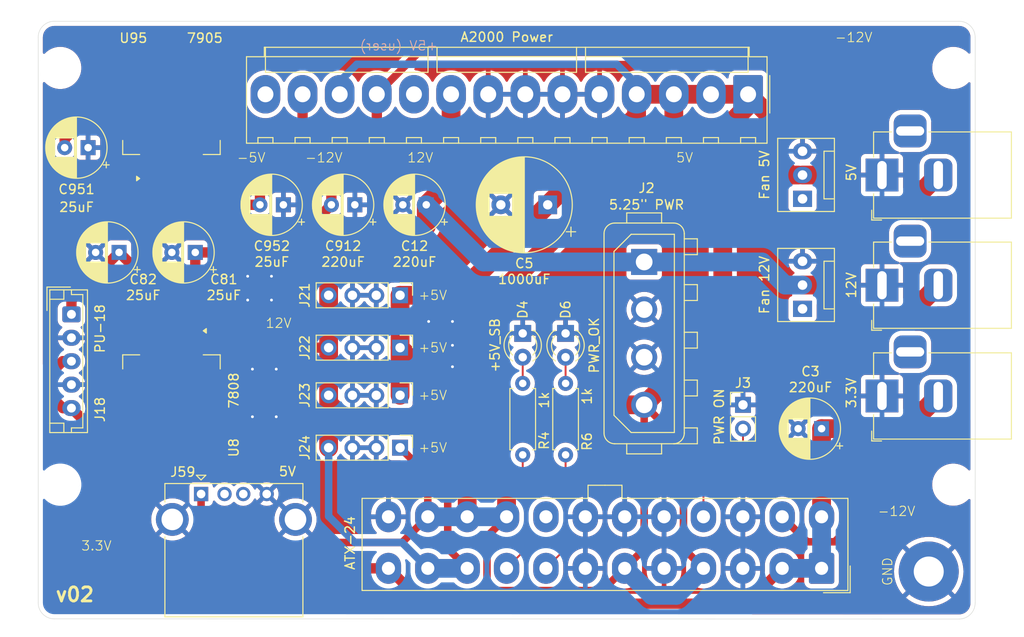
<source format=kicad_pcb>
(kicad_pcb (version 20240108) (generator "pcbnew") (generator_version "8.0")
  (layers (0 "F.Cu" signal) (31 "B.Cu" signal) (34 "B.Paste" user) (35 "F.Paste" user) (36 "B.SilkS" user "B.Silkscreen") (37 "F.SilkS" user "F.Silkscreen") (38 "B.Mask" user) (39 "F.Mask" user) (44 "Edge.Cuts" user))
  (net 0 "")
  (net 1 "+3.3V")
  (net 2 "GND")
  (net 3 "+5V")
  (net 4 "+12V")
  (net 5 "+7.5V")
  (net 7 "-12V")
  (net 8 "-5V")
  (net 9 "Net-(D4-A)")
  (net 10 "Net-(D6-A)")
  (net 11 "PWR_OK")
  (net 12 "Net-(J1-PS_ON#)")
  (net 13 "+5V_SB")
  (footprint "LED_THT:LED_D3.0mm" (layer "F.Cu") (at 179.705 106.68 -90)
    (property "Reference" "D6" (at -2.54 0 90) (layer "F.SilkS"))
    (property "Value" "PWR_OK" (at 1.27 -3.048 90) (layer "F.SilkS"))
    (pad "1" thru_hole rect (at 0 0 270) (size 1.8 1.8) (drill 0.9) (layers "*.Cu" "*.Mask") (net 2 "GND"))
    (pad "2" thru_hole circle (at 2.54 0 270) (size 1.8 1.8) (drill 0.9) (layers "*.Cu" "*.Mask") (net 10 "Net-(D6-A)"))
  )
  (footprint "Connector_PinHeader_2.54mm:PinHeader_1x04_P2.54mm_Vertical" (layer "F.Cu") (at 162.052 113.284 -90)
    (property "Reference" "J23" (at 0 10.16 90) (layer "F.SilkS"))
    (property "Value" "3.5\" PWR" (hide yes))
    (pad "1" thru_hole rect (at 0 0 270) (size 1.7 1.7) (drill 1) (layers "*.Cu" "*.Mask") (net 3 "+5V"))
    (pad "2" thru_hole oval (at 0 2.54 270) (size 1.7 1.7) (drill 1) (layers "*.Cu" "*.Mask") (net 2 "GND"))
    (pad "3" thru_hole oval (at 0 5.08 270) (size 1.7 1.7) (drill 1) (layers "*.Cu" "*.Mask") (net 2 "GND"))
    (pad "4" thru_hole oval (at 0 7.62 270) (size 1.7 1.7) (drill 1) (layers "*.Cu" "*.Mask") (net 4 "+12V"))
  )
  (footprint "Connector:FanPinHeader_1x03_P2.54mm_Vertical" (layer "F.Cu") (at 204.978 92.329 90)
    (property "Reference" "M5" (hide yes))
    (property "Value" "Fan 5V" (at 2.55 -4.064 90) (layer "F.SilkS"))
    (pad "1" thru_hole rect (at 0 0 180) (size 2.03 1.73) (drill 1.02) (layers "*.Cu" "*.Mask"))
    (pad "2" thru_hole oval (at 2.54 0 180) (size 2.03 1.73) (drill 1.02) (layers "*.Cu" "*.Mask") (net 3 "+5V"))
    (pad "3" thru_hole oval (at 5.08 0 180) (size 2.03 1.73) (drill 1.02) (layers "*.Cu" "*.Mask") (net 2 "GND"))
  )
  (footprint "Connector_PinHeader_2.54mm:PinHeader_1x04_P2.54mm_Vertical" (layer "F.Cu") (at 162.052 118.872 -90)
    (property "Reference" "J24" (at 0 10.16 90) (layer "F.SilkS"))
    (property "Value" "3.5\" PWR" (hide yes))
    (pad "1" thru_hole rect (at 0 0 270) (size 1.7 1.7) (drill 1) (layers "*.Cu" "*.Mask") (net 3 "+5V"))
    (pad "2" thru_hole oval (at 0 2.54 270) (size 1.7 1.7) (drill 1) (layers "*.Cu" "*.Mask") (net 2 "GND"))
    (pad "3" thru_hole oval (at 0 5.08 270) (size 1.7 1.7) (drill 1) (layers "*.Cu" "*.Mask") (net 2 "GND"))
    (pad "4" thru_hole oval (at 0 7.62 270) (size 1.7 1.7) (drill 1) (layers "*.Cu" "*.Mask") (net 4 "+12V"))
  )
  (footprint "Connector_Molex:Molex_Mini-Fit_Jr_5566-24A_2x12_P4.20mm_Vertical" (layer "F.Cu") (at 207.01 131.738 180)
    (property "Reference" "J1" (hide yes))
    (property "Value" "ATX-24" (at 50.292 2.706 90) (layer "F.SilkS"))
    (pad "1" thru_hole roundrect (at 0 0 180) (size 2.7 3.3) (drill 1.4) (layers "*.Cu" "*.Mask") (roundrect_rratio 0.092593) (net 1 "+3.3V"))
    (pad "2" thru_hole oval (at 4.2 0 180) (size 2.7 3.3) (drill 1.4) (layers "*.Cu" "*.Mask") (net 1 "+3.3V"))
    (pad "3" thru_hole oval (at 8.4 0 180) (size 2.7 3.3) (drill 1.4) (layers "*.Cu" "*.Mask") (net 2 "GND"))
    (pad "4" thru_hole oval (at 12.6 0 180) (size 2.7 3.3) (drill 1.4) (layers "*.Cu" "*.Mask") (net 3 "+5V"))
    (pad "5" thru_hole oval (at 16.8 0 180) (size 2.7 3.3) (drill 1.4) (layers "*.Cu" "*.Mask") (net 2 "GND"))
    (pad "6" thru_hole oval (at 21 0 180) (size 2.7 3.3) (drill 1.4) (layers "*.Cu" "*.Mask") (net 3 "+5V"))
    (pad "7" thru_hole oval (at 25.2 0 180) (size 2.7 3.3) (drill 1.4) (layers "*.Cu" "*.Mask") (net 2 "GND"))
    (pad "8" thru_hole oval (at 29.4 0 180) (size 2.7 3.3) (drill 1.4) (layers "*.Cu" "*.Mask") (net 11 "PWR_OK"))
    (pad "9" thru_hole oval (at 33.6 0 180) (size 2.7 3.3) (drill 1.4) (layers "*.Cu" "*.Mask") (net 13 "+5V_SB"))
    (pad "10" thru_hole oval (at 37.8 0 180) (size 2.7 3.3) (drill 1.4) (layers "*.Cu" "*.Mask") (net 4 "+12V"))
    (pad "11" thru_hole oval (at 42 0 180) (size 2.7 3.3) (drill 1.4) (layers "*.Cu" "*.Mask") (net 4 "+12V"))
    (pad "12" thru_hole oval (at 46.2 0 180) (size 2.7 3.3) (drill 1.4) (layers "*.Cu" "*.Mask") (net 1 "+3.3V"))
    (pad "13" thru_hole oval (at 0 5.5 180) (size 2.7 3.3) (drill 1.4) (layers "*.Cu" "*.Mask") (net 1 "+3.3V"))
    (pad "14" thru_hole oval (at 4.2 5.5 180) (size 2.7 3.3) (drill 1.4) (layers "*.Cu" "*.Mask") (net 7 "-12V"))
    (pad "15" thru_hole oval (at 8.4 5.5 180) (size 2.7 3.3) (drill 1.4) (layers "*.Cu" "*.Mask") (net 2 "GND"))
    (pad "16" thru_hole oval (at 12.6 5.5 180) (size 2.7 3.3) (drill 1.4) (layers "*.Cu" "*.Mask") (net 12 "Net-(J1-PS_ON#)"))
    (pad "17" thru_hole oval (at 16.8 5.5 180) (size 2.7 3.3) (drill 1.4) (layers "*.Cu" "*.Mask") (net 2 "GND"))
    (pad "18" thru_hole oval (at 21 5.5 180) (size 2.7 3.3) (drill 1.4) (layers "*.Cu" "*.Mask") (net 2 "GND"))
    (pad "19" thru_hole oval (at 25.2 5.5 180) (size 2.7 3.3) (drill 1.4) (layers "*.Cu" "*.Mask") (net 2 "GND"))
    (pad "20" thru_hole oval (at 29.4 5.5 180) (size 2.7 3.3) (drill 1.4) (layers "*.Cu" "*.Mask"))
    (pad "21" thru_hole oval (at 33.6 5.5 180) (size 2.7 3.3) (drill 1.4) (layers "*.Cu" "*.Mask") (net 3 "+5V"))
    (pad "22" thru_hole oval (at 37.8 5.5 180) (size 2.7 3.3) (drill 1.4) (layers "*.Cu" "*.Mask") (net 3 "+5V"))
    (pad "23" thru_hole oval (at 42 5.5 180) (size 2.7 3.3) (drill 1.4) (layers "*.Cu" "*.Mask") (net 3 "+5V"))
    (pad "24" thru_hole oval (at 46.2 5.5 180) (size 2.7 3.3) (drill 1.4) (layers "*.Cu" "*.Mask") (net 2 "GND"))
  )
  (footprint "MountingHole:MountingHole_4mm" (layer "F.Cu") (at 125.80715 122.81555)
    (property "Reference" "H3" (hide yes))
    (property "Value" "MountingHole" (hide yes))
    (pad "" np_thru_hole circle (at 0 0) (size 4 4) (drill 4) (layers "*.Cu" "*.Mask"))
  )
  (footprint "Connector_PinHeader_2.54mm:PinHeader_1x02_P2.54mm_Vertical" (layer "F.Cu") (at 198.628 114.3)
    (property "Reference" "J3" (at 0 -2.33 0) (layer "F.SilkS"))
    (property "Value" "PWR ON" (at -2.54 1.27 90) (layer "F.SilkS"))
    (pad "1" thru_hole rect (at 0 0) (size 1.7 1.7) (drill 1) (layers "*.Cu" "*.Mask") (net 2 "GND"))
    (pad "2" thru_hole oval (at 0 2.54) (size 1.7 1.7) (drill 1) (layers "*.Cu" "*.Mask") (net 12 "Net-(J1-PS_ON#)"))
  )
  (footprint "Capacitor_THT:CP_Radial_D6.3mm_P2.50mm" (layer "F.Cu") (at 140.208 98.044 180)
    (property "Reference" "C81" (at -3.048 -2.876 0) (layer "F.SilkS"))
    (property "Value" "25uF" (at -3.048 -4.572 0) (layer "F.SilkS"))
    (pad "1" thru_hole rect (at 0 0 180) (size 1.6 1.6) (drill 0.8) (layers "*.Cu" "*.Mask") (net 4 "+12V"))
    (pad "2" thru_hole circle (at 2.5 0 180) (size 1.6 1.6) (drill 0.8) (layers "*.Cu" "*.Mask") (net 2 "GND"))
  )
  (footprint "MountingHole:MountingHole_4mm" (layer "F.Cu") (at 125.80715 78.36555)
    (property "Reference" "H1" (hide yes))
    (property "Value" "MountingHole" (hide yes))
    (pad "" np_thru_hole circle (at 0 0) (size 4 4) (drill 4) (layers "*.Cu" "*.Mask"))
  )
  (footprint "Connector_USB:USB_A_CONNFLY_DS1095-WNR0" (layer "F.Cu") (at 140.828 123.8125)
    (property "Reference" "J59" (at -1.95 -2.35 0) (layer "F.SilkS"))
    (property "Value" "5V" (at 9.215 -2.4005 0) (layer "F.SilkS"))
    (pad "1" thru_hole rect (at 0 0) (size 1.524 1.524) (drill 0.92) (layers "*.Cu" "*.Mask") (net 3 "+5V"))
    (pad "2" thru_hole circle (at 2.5 0) (size 1.524 1.524) (drill 0.92) (layers "*.Cu" "*.Mask"))
    (pad "3" thru_hole circle (at 4.5 0) (size 1.524 1.524) (drill 0.92) (layers "*.Cu" "*.Mask"))
    (pad "4" thru_hole circle (at 7 0) (size 1.524 1.524) (drill 0.92) (layers "*.Cu" "*.Mask") (net 2 "GND"))
    (pad "5" thru_hole circle (at -3.07 2.71) (size 3.5 3.5) (drill 2.3) (layers "*.Cu" "*.Mask") (net 2 "GND"))
    (pad "5" thru_hole circle (at 10.07 2.71) (size 3.5 3.5) (drill 2.3) (layers "*.Cu" "*.Mask") (net 2 "GND"))
  )
  (footprint "Connector:FanPinHeader_1x03_P2.54mm_Vertical" (layer "F.Cu") (at 204.978 104.0638 90)
    (property "Reference" "M12" (hide yes))
    (property "Value" "Fan 12V" (at 2.55 -4.064 90) (layer "F.SilkS"))
    (pad "1" thru_hole rect (at 0 0 180) (size 2.03 1.73) (drill 1.02) (layers "*.Cu" "*.Mask"))
    (pad "2" thru_hole oval (at 2.54 0 180) (size 2.03 1.73) (drill 1.02) (layers "*.Cu" "*.Mask") (net 4 "+12V"))
    (pad "3" thru_hole oval (at 5.08 0 180) (size 2.03 1.73) (drill 1.02) (layers "*.Cu" "*.Mask") (net 2 "GND"))
  )
  (footprint "Capacitor_THT:CP_Radial_D6.3mm_P2.50mm" (layer "F.Cu") (at 128.778 86.868 180)
    (property "Reference" "C951" (at 1.23 -4.445 0) (layer "F.SilkS"))
    (property "Value" "25uF" (at 1.23 -6.35 0) (layer "F.SilkS"))
    (pad "1" thru_hole rect (at 0 0 180) (size 1.6 1.6) (drill 0.8) (layers "*.Cu" "*.Mask") (net 2 "GND"))
    (pad "2" thru_hole circle (at 2.5 0 180) (size 1.6 1.6) (drill 0.8) (layers "*.Cu" "*.Mask") (net 7 "-12V"))
  )
  (footprint "Resistor_THT:R_Axial_DIN0207_L6.3mm_D2.5mm_P7.62mm_Horizontal" (layer "F.Cu") (at 175.133 119.634 90)
    (property "Reference" "R4" (at 1.524 2.286 90) (layer "F.SilkS"))
    (property "Value" "1k" (at 5.842 2.286 90) (layer "F.SilkS"))
    (pad "1" thru_hole circle (at 0 0 90) (size 1.6 1.6) (drill 0.8) (layers "*.Cu" "*.Mask") (net 13 "+5V_SB"))
    (pad "2" thru_hole oval (at 7.62 0 90) (size 1.6 1.6) (drill 0.8) (layers "*.Cu" "*.Mask") (net 9 "Net-(D4-A)"))
  )
  (footprint "Connector_PinHeader_2.54mm:PinHeader_1x04_P2.54mm_Vertical" (layer "F.Cu") (at 162.052 108.204 -90)
    (property "Reference" "J22" (at 0 10.16 90) (layer "F.SilkS"))
    (property "Value" "3.5\" PWR" (hide yes))
    (pad "1" thru_hole rect (at 0 0 270) (size 1.7 1.7) (drill 1) (layers "*.Cu" "*.Mask") (net 3 "+5V"))
    (pad "2" thru_hole oval (at 0 2.54 270) (size 1.7 1.7) (drill 1) (layers "*.Cu" "*.Mask") (net 2 "GND"))
    (pad "3" thru_hole oval (at 0 5.08 270) (size 1.7 1.7) (drill 1) (layers "*.Cu" "*.Mask") (net 2 "GND"))
    (pad "4" thru_hole oval (at 0 7.62 270) (size 1.7 1.7) (drill 1) (layers "*.Cu" "*.Mask") (net 4 "+12V"))
  )
  (footprint "Package_TO_SOT_SMD:TO-263-3_TabPin2" (layer "F.Cu") (at 137.668 113.792 -90)
    (property "Reference" "U8" (at 5.08 -6.65 90) (layer "F.SilkS"))
    (property "Value" "7808" (at -1.016 -6.65 90) (layer "F.SilkS"))
    (pad "1" smd roundrect (at -7.65 -2.54 270) (size 4.6 1.1) (layers "F.Cu" "F.Paste" "F.Mask") (roundrect_rratio 0.227273) (net 4 "+12V"))
    (pad "2" smd roundrect (at -7.65 0 270) (size 4.6 1.1) (layers "F.Cu" "F.Paste" "F.Mask") (roundrect_rratio 0.227273) (net 2 "GND"))
    (pad "2" smd roundrect (at -0.925 -2.775 270) (size 4.55 5.25) (layers "F.Cu" "F.Paste") (roundrect_rratio 0.054945) (net 2 "GND"))
    (pad "2" smd roundrect (at -0.925 2.775 270) (size 4.55 5.25) (layers "F.Cu" "F.Paste") (roundrect_rratio 0.054945) (net 2 "GND"))
    (pad "2" smd roundrect (at 1.5 0 270) (size 9.4 10.8) (layers "F.Cu" "F.Mask") (roundrect_rratio 0.026596) (net 2 "GND"))
    (pad "2" smd roundrect (at 3.925 -2.775 270) (size 4.55 5.25) (layers "F.Cu" "F.Paste") (roundrect_rratio 0.054945) (net 2 "GND"))
    (pad "2" smd roundrect (at 3.925 2.775 270) (size 4.55 5.25) (layers "F.Cu" "F.Paste") (roundrect_rratio 0.054945) (net 2 "GND"))
    (pad "3" smd roundrect (at -7.65 2.54 270) (size 4.6 1.1) (layers "F.Cu" "F.Paste" "F.Mask") (roundrect_rratio 0.227273) (net 5 "+7.5V"))
  )
  (footprint "Connector_PinHeader_2.54mm:PinHeader_1x04_P2.54mm_Vertical" (layer "F.Cu") (at 162.052 102.616 -90)
    (property "Reference" "J21" (at 0 10.16 90) (layer "F.SilkS"))
    (property "Value" "3.5\" PWR" (hide yes))
    (pad "1" thru_hole rect (at 0 0 270) (size 1.7 1.7) (drill 1) (layers "*.Cu" "*.Mask") (net 3 "+5V"))
    (pad "2" thru_hole oval (at 0 2.54 270) (size 1.7 1.7) (drill 1) (layers "*.Cu" "*.Mask") (net 2 "GND"))
    (pad "3" thru_hole oval (at 0 5.08 270) (size 1.7 1.7) (drill 1) (layers "*.Cu" "*.Mask") (net 2 "GND"))
    (pad "4" thru_hole oval (at 0 7.62 270) (size 1.7 1.7) (drill 1) (layers "*.Cu" "*.Mask") (net 4 "+12V"))
  )
  (footprint "Connector_JST:JST_EH_B5B-EH-A_1x05_P2.50mm_Vertical" (layer "F.Cu") (at 127 104.648 -90)
    (property "Reference" "J18" (at 10.16 -3.048 90) (layer "F.SilkS"))
    (property "Value" "PU-18" (at 1.524 -3.048 90) (layer "F.SilkS"))
    (pad "1" thru_hole roundrect (at 0 0 270) (size 1.7 1.95) (drill 0.95) (layers "*.Cu" "*.Mask") (roundrect_rratio 0.147059) (net 5 "+7.5V"))
    (pad "2" thru_hole oval (at 2.5 0 270) (size 1.7 1.95) (drill 0.95) (layers "*.Cu" "*.Mask") (net 2 "GND"))
    (pad "3" thru_hole oval (at 5 0 270) (size 1.7 1.95) (drill 0.95) (layers "*.Cu" "*.Mask") (net 1 "+3.3V"))
    (pad "4" thru_hole oval (at 7.5 0 270) (size 1.7 1.95) (drill 0.95) (layers "*.Cu" "*.Mask") (net 2 "GND"))
    (pad "5" thru_hole oval (at 10 0 270) (size 1.7 1.95) (drill 0.95) (layers "*.Cu" "*.Mask") (net 1 "+3.3V"))
  )
  (footprint "MountingHole:MountingHole_4mm" (layer "F.Cu") (at 221.05715 78.36555)
    (property "Reference" "H2" (hide yes))
    (property "Value" "MountingHole" (hide yes))
    (pad "" np_thru_hole circle (at 0 0) (size 4 4) (drill 4) (layers "*.Cu" "*.Mask"))
  )
  (footprint "MountingHole:MountingHole_4mm" (layer "F.Cu") (at 221.05715 122.81555)
    (property "Reference" "H4" (hide yes))
    (property "Value" "MountingHole" (hide yes))
    (pad "" np_thru_hole circle (at 0 0) (size 4 4) (drill 4) (layers "*.Cu" "*.Mask"))
  )
  (footprint "Connector_TE-Connectivity:TE_MATE-N-LOK_350211-1_1x04_P5.08mm_Vertical" (layer "F.Cu") (at 188.087 99.06 -90)
    (property "Reference" "J2" (at -7.874 -0.254 180) (layer "F.SilkS"))
    (property "Value" "5.25\" PWR" (at -6.096 -0.254 180) (layer "F.SilkS"))
    (pad "1" thru_hole rect (at 0 0 270) (size 2.78 2.78) (drill 1.78) (layers "*.Cu" "*.Mask") (net 4 "+12V"))
    (pad "2" thru_hole circle (at 5.08 0 270) (size 2.78 2.78) (drill 1.78) (layers "*.Cu" "*.Mask") (net 2 "GND"))
    (pad "3" thru_hole circle (at 10.16 0 270) (size 2.78 2.78) (drill 1.78) (layers "*.Cu" "*.Mask") (net 2 "GND"))
    (pad "4" thru_hole circle (at 15.24 0 270) (size 2.78 2.78) (drill 1.78) (layers "*.Cu" "*.Mask") (net 3 "+5V"))
  )
  (footprint "Capacitor_THT:CP_Radial_D10.0mm_P5.00mm" (layer "F.Cu") (at 177.8 92.964 180)
    (property "Reference" "C5" (at 2.5 -6.25 0) (layer "F.SilkS"))
    (property "Value" "1000uF" (at 2.5 -7.946 0) (layer "F.SilkS"))
    (pad "1" thru_hole rect (at 0 0 180) (size 2 2) (drill 1) (layers "*.Cu" "*.Mask") (net 3 "+5V"))
    (pad "2" thru_hole circle (at 5 0 180) (size 2 2) (drill 1) (layers "*.Cu" "*.Mask") (net 2 "GND"))
  )
  (footprint "Resistor_THT:R_Axial_DIN0207_L6.3mm_D2.5mm_P7.62mm_Horizontal" (layer "F.Cu") (at 179.705 119.634 90)
    (property "Reference" "R6" (at 1.4224 2.286 90) (layer "F.SilkS"))
    (property "Value" "1k" (at 6.2484 2.286 90) (layer "F.SilkS"))
    (pad "1" thru_hole circle (at 0 0 90) (size 1.6 1.6) (drill 0.8) (layers "*.Cu" "*.Mask") (net 11 "PWR_OK"))
    (pad "2" thru_hole oval (at 7.62 0 90) (size 1.6 1.6) (drill 0.8) (layers "*.Cu" "*.Mask") (net 10 "Net-(D6-A)"))
  )
  (footprint "Connector_BarrelJack:BarrelJack_Horizontal" (layer "F.Cu") (at 213.456 101.5415 180)
    (property "Reference" "J121" (hide yes))
    (property "Value" "12V" (at 3.271 0 90) (layer "F.SilkS"))
    (pad "1" thru_hole rect (at 0 0 180) (size 3.5 3.5) (drill oval 1 3) (layers "*.Cu" "*.Mask") (net 2 "GND"))
    (pad "2" thru_hole roundrect (at -6 0 180) (size 3 3.5) (drill oval 1 3) (layers "*.Cu" "*.Mask") (net 4 "+12V"))
    (pad "3" thru_hole roundrect (at -3 4.7 180) (size 3.5 3.5) (drill oval 3 1) (layers "*.Cu" "*.Mask"))
  )
  (footprint "Connector_BarrelJack:BarrelJack_Horizontal" (layer "F.Cu") (at 213.456 89.79 180)
    (property "Reference" "J51" (hide yes))
    (property "Value" "5V" (at 3.271 0.255 90) (layer "F.SilkS"))
    (pad "1" thru_hole rect (at 0 0 180) (size 3.5 3.5) (drill oval 1 3) (layers "*.Cu" "*.Mask") (net 2 "GND"))
    (pad "2" thru_hole roundrect (at -6 0 180) (size 3 3.5) (drill oval 1 3) (layers "*.Cu" "*.Mask") (net 3 "+5V"))
    (pad "3" thru_hole roundrect (at -3 4.7 180) (size 3.5 3.5) (drill oval 3 1) (layers "*.Cu" "*.Mask"))
  )
  (footprint "Connector_BarrelJack:BarrelJack_Horizontal" (layer "F.Cu") (at 213.456 113.3525 180)
    (property "Reference" "J31" (hide yes))
    (property "Value" "3.3V" (at 3.271 0.3225 90) (layer "F.SilkS"))
    (pad "1" thru_hole rect (at 0 0 180) (size 3.5 3.5) (drill oval 1 3) (layers "*.Cu" "*.Mask") (net 2 "GND"))
    (pad "2" thru_hole roundrect (at -6 0 180) (size 3 3.5) (drill oval 1 3) (layers "*.Cu" "*.Mask") (net 1 "+3.3V"))
    (pad "3" thru_hole roundrect (at -3 4.7 180) (size 3.5 3.5) (drill oval 3 1) (layers "*.Cu" "*.Mask"))
  )
  (footprint "Capacitor_THT:CP_Radial_D6.3mm_P2.50mm" (layer "F.Cu") (at 157.226 92.964 180)
    (property "Reference" "C912" (at 1.25 -4.4 0) (layer "F.SilkS"))
    (property "Value" "220uF" (at 1.25 -6.096 0) (layer "F.SilkS"))
    (pad "1" thru_hole rect (at 0 0 180) (size 1.6 1.6) (drill 0.8) (layers "*.Cu" "*.Mask") (net 2 "GND"))
    (pad "2" thru_hole circle (at 2.5 0 180) (size 1.6 1.6) (drill 0.8) (layers "*.Cu" "*.Mask") (net 7 "-12V"))
  )
  (footprint "MountingHole:MountingHole_3.2mm_M3_Pad" (layer "F.Cu") (at 218.44 132.08)
    (property "Reference" "H5" (hide yes))
    (property "Value" "MountingHole_Pad" (hide yes))
    (pad "1" thru_hole circle (at 0 0) (size 6.4 6.4) (drill 3.2) (layers "*.Cu" "*.Mask") (net 2 "GND"))
  )
  (footprint "Connector_Molex:Molex_KK-396_A-41791-0014_1x14_P3.96mm_Vertical" (layer "F.Cu") (at 199.17215 81.175 180)
    (property "Reference" "J20" (hide yes))
    (property "Value" "A2000 Power" (at 25.74 6.1 0) (layer "F.SilkS"))
    (pad "1" thru_hole roundrect (at 0 0 180) (size 3.16 4.1) (drill 1.7) (layers "*.Cu" "*.Mask") (roundrect_rratio 0.079114) (net 3 "+5V"))
    (pad "2" thru_hole oval (at 3.96 0 180) (size 3.16 4.1) (drill 1.7) (layers "*.Cu" "*.Mask") (net 3 "+5V"))
    (pad "3" thru_hole oval (at 7.92 0 180) (size 3.16 4.1) (drill 1.7) (layers "*.Cu" "*.Mask") (net 3 "+5V"))
    (pad "4" thru_hole oval (at 11.88 0 180) (size 3.16 4.1) (drill 1.7) (layers "*.Cu" "*.Mask") (net 3 "+5V"))
    (pad "5" thru_hole oval (at 15.84 0 180) (size 3.16 4.1) (drill 1.7) (layers "*.Cu" "*.Mask") (net 2 "GND"))
    (pad "6" thru_hole oval (at 19.8 0 180) (size 3.16 4.1) (drill 1.7) (layers "*.Cu" "*.Mask") (net 2 "GND"))
    (pad "7" thru_hole oval (at 23.76 0 180) (size 3.16 4.1) (drill 1.7) (layers "*.Cu" "*.Mask") (net 2 "GND"))
    (pad "8" thru_hole oval (at 27.72 0 180) (size 3.16 4.1) (drill 1.7) (layers "*.Cu" "*.Mask") (net 2 "GND"))
    (pad "9" thru_hole oval (at 31.68 0 180) (size 3.16 4.1) (drill 1.7) (layers "*.Cu" "*.Mask") (net 4 "+12V"))
    (pad "10" thru_hole oval (at 35.64 0 180) (size 3.16 4.1) (drill 1.7) (layers "*.Cu" "*.Mask"))
    (pad "11" thru_hole oval (at 39.6 0 180) (size 3.16 4.1) (drill 1.7) (layers "*.Cu" "*.Mask") (net 7 "-12V"))
    (pad "12" thru_hole oval (at 43.56 0 180) (size 3.16 4.1) (drill 1.7) (layers "*.Cu" "*.Mask") (net 3 "+5V"))
    (pad "13" thru_hole oval (at 47.52 0 180) (size 3.16 4.1) (drill 1.7) (layers "*.Cu" "*.Mask") (net 8 "-5V"))
    (pad "14" thru_hole oval (at 51.48 0 180) (size 3.16 4.1) (drill 1.7) (layers "*.Cu" "*.Mask"))
  )
  (footprint "Package_TO_SOT_SMD:TO-263-3_TabPin2" (layer "F.Cu") (at 137.668 82.774 90)
    (property "Reference" "U95" (at 7.59 -4.064 180) (layer "F.SilkS"))
    (property "Value" "7905" (at 7.59 3.556 180) (layer "F.SilkS"))
    (pad "1" smd roundrect (at -7.65 -2.54 90) (size 4.6 1.1) (layers "F.Cu" "F.Paste" "F.Mask") (roundrect_rratio 0.227273) (net 2 "GND"))
    (pad "2" smd roundrect (at -7.65 0 90) (size 4.6 1.1) (layers "F.Cu" "F.Paste" "F.Mask") (roundrect_rratio 0.227273) (net 7 "-12V"))
    (pad "2" smd roundrect (at -0.925 -2.775 90) (size 4.55 5.25) (layers "F.Cu" "F.Paste") (roundrect_rratio 0.054945) (net 7 "-12V"))
    (pad "2" smd roundrect (at -0.925 2.775 90) (size 4.55 5.25) (layers "F.Cu" "F.Paste") (roundrect_rratio 0.054945) (net 7 "-12V"))
    (pad "2" smd roundrect (at 1.5 0 90) (size 9.4 10.8) (layers "F.Cu" "F.Mask") (roundrect_rratio 0.026596) (net 7 "-12V"))
    (pad "2" smd roundrect (at 3.925 -2.775 90) (size 4.55 5.25) (layers "F.Cu" "F.Paste") (roundrect_rratio 0.054945) (net 7 "-12V"))
    (pad "2" smd roundrect (at 3.925 2.775 90) (size 4.55 5.25) (layers "F.Cu" "F.Paste") (roundrect_rratio 0.054945) (net 7 "-12V"))
    (pad "3" smd roundrect (at -7.65 2.54 90) (size 4.6 1.1) (layers "F.Cu" "F.Paste" "F.Mask") (roundrect_rratio 0.227273) (net 8 "-5V"))
  )
  (footprint "Capacitor_THT:CP_Radial_D6.3mm_P2.50mm" (layer "F.Cu") (at 207.01 116.84 180)
    (property "Reference" "C3" (at 1.18238 6.096 0) (layer "F.SilkS"))
    (property "Value" "220uF" (at 1.18238 4.4 0) (layer "F.SilkS"))
    (pad "1" thru_hole rect (at 0 0 180) (size 1.6 1.6) (drill 0.8) (layers "*.Cu" "*.Mask") (net 1 "+3.3V"))
    (pad "2" thru_hole circle (at 2.5 0 180) (size 1.6 1.6) (drill 0.8) (layers "*.Cu" "*.Mask") (net 2 "GND"))
  )
  (footprint "Capacitor_THT:CP_Radial_D6.3mm_P2.50mm" (layer "F.Cu") (at 164.846 92.964 180)
    (property "Reference" "C12" (at 1.25 -4.4 0) (layer "F.SilkS"))
    (property "Value" "220uF" (at 1.25 -6.096 0) (layer "F.SilkS"))
    (pad "1" thru_hole rect (at 0 0 180) (size 1.6 1.6) (drill 0.8) (layers "*.Cu" "*.Mask") (net 4 "+12V"))
    (pad "2" thru_hole circle (at 2.5 0 180) (size 1.6 1.6) (drill 0.8) (layers "*.Cu" "*.Mask") (net 2 "GND"))
  )
  (footprint "LED_THT:LED_D3.0mm" (layer "F.Cu") (at 175.133 106.68 -90)
    (property "Reference" "D4" (at -2.54 0 90) (layer "F.SilkS"))
    (property "Value" "+5V_SB" (at 1.27 2.96 90) (layer "F.SilkS"))
    (pad "1" thru_hole rect (at 0 0 270) (size 1.8 1.8) (drill 0.9) (layers "*.Cu" "*.Mask") (net 2 "GND"))
    (pad "2" thru_hole circle (at 2.54 0 270) (size 1.8 1.8) (drill 0.9) (layers "*.Cu" "*.Mask") (net 9 "Net-(D4-A)"))
  )
  (footprint "Capacitor_THT:CP_Radial_D6.3mm_P2.50mm" (layer "F.Cu") (at 132.08 98.044 180)
    (property "Reference" "C82" (at -2.58 -2.876 0) (layer "F.SilkS"))
    (property "Value" "25uF" (at -2.58 -4.572 0) (layer "F.SilkS"))
    (pad "1" thru_hole rect (at 0 0 180) (size 1.6 1.6) (drill 0.8) (layers "*.Cu" "*.Mask") (net 5 "+7.5V"))
    (pad "2" thru_hole circle (at 2.5 0 180) (size 1.6 1.6) (drill 0.8) (layers "*.Cu" "*.Mask") (net 2 "GND"))
  )
  (footprint "Capacitor_THT:CP_Radial_D6.3mm_P2.50mm" (layer "F.Cu") (at 149.606 92.964 180)
    (property "Reference" "C952" (at 1.23 -4.4 0) (layer "F.SilkS"))
    (property "Value" "25uF" (at 1.23 -6.096 0) (layer "F.SilkS"))
    (pad "1" thru_hole rect (at 0 0 180) (size 1.6 1.6) (drill 0.8) (layers "*.Cu" "*.Mask") (net 2 "GND"))
    (pad "2" thru_hole circle (at 2.5 0 180) (size 1.6 1.6) (drill 0.8) (layers "*.Cu" "*.Mask") (net 8 "-5V"))
  )
  (gr_arc (start 125.166731 137.126829) (mid 123.956826 136.6266) (end 123.453424 135.418012) (stroke (width 0.05)) (layer "Edge.Cuts"))
  (gr_arc (start 123.453424 75.100158) (mid 123.953653 73.890253) (end 125.162241 73.386851) (stroke (width 0.05)) (layer "Edge.Cuts"))
  (gr_line (start 123.453424 75.100158) (end 123.453424 135.418012) (stroke (width 0.05)) (layer "Edge.Cuts"))
  (gr_arc (start 221.675095 73.386851) (mid 222.886073 73.887524) (end 223.389922 75.097184) (stroke (width 0.05)) (layer "Edge.Cuts"))
  (gr_line (start 221.675095 73.38685) (end 125.162241 73.38685) (stroke (width 0.05)) (layer "Edge.Cuts"))
  (gr_arc (start 223.389922 135.4328) (mid 222.889693 136.642705) (end 221.681105 137.146107) (stroke (width 0.05)) (layer "Edge.Cuts"))
  (gr_line (start 223.389922 135.4328) (end 223.389922 75.097184) (stroke (width 0.05)) (layer "Edge.Cuts"))
  (gr_line (start 125.166731 137.126829) (end 221.681105 137.146107) (stroke (width 0.05)) (layer "Edge.Cuts"))
  (gr_text "+5V (user)" (at 161.925 76.581 0) (layer "B.SilkS") (effects (font (size 1 1) (thickness 0.1)) (justify bottom mirror)))
  (gr_text "12V" (at 149.098 106.172 0) (layer "F.SilkS") (effects (font (size 1 1) (thickness 0.1)) (justify bottom)))
  (gr_text "v02" (at 125.1667 135.4135 0) (layer "F.SilkS") (effects (font (size 1.5 1.5) (thickness 0.3) (bold yes)) (justify left bottom)))
  (gr_text "-12V" (at 153.924 88.519 0) (layer "F.SilkS") (effects (font (size 1 1) (thickness 0.1)) (justify bottom)))
  (gr_text "-12V" (at 210.439 75.692 0) (layer "F.SilkS") (effects (font (size 1 1) (thickness 0.1)) (justify bottom)))
  (gr_text "GND" (at 214.63 132.08 90) (layer "F.SilkS") (effects (font (size 1 1) (thickness 0.1)) (justify bottom)))
  (gr_text "12V" (at 164.211 88.519 0) (layer "F.SilkS") (effects (font (size 1 1) (thickness 0.1)) (justify bottom)))
  (gr_text "+5V" (at 167.132 118.872 0) (layer "F.SilkS") (effects (font (size 1 1) (thickness 0.1)) (justify right)))
  (gr_text "+5V" (at 167.132 102.616 0) (layer "F.SilkS") (effects (font (size 1 1) (thickness 0.1)) (justify right)))
  (gr_text "5V" (at 192.405 88.519 0) (layer "F.SilkS") (effects (font (size 1 1) (thickness 0.1)) (justify bottom)))
  (gr_text "+5V" (at 167.132 108.204 0) (layer "F.SilkS") (effects (font (size 1 1) (thickness 0.1)) (justify right)))
  (gr_text "3.3V" (at 129.667 129.921 0) (layer "F.SilkS") (effects (font (size 1 1) (thickness 0.1)) (justify bottom)))
  (gr_text "+5V" (at 167.132 113.284 0) (layer "F.SilkS") (effects (font (size 1 1) (thickness 0.1)) (justify right)))
  (gr_text "-12V" (at 215.011 126.238 0) (layer "F.SilkS") (effects (font (size 1 1) (thickness 0.1)) (justify bottom)))
  (gr_text "-5V" (at 146.177 88.519 0) (layer "F.SilkS") (effects (font (size 1 1) (thickness 0.1)) (justify bottom)))
  (segment (start 124.968 113.538) (end 126.078 114.648) (width 1.1) (layer "F.Cu") (net 1))
  (segment (start 127 109.648) (end 126.064 109.648) (width 1.1) (layer "F.Cu") (net 1))
  (segment (start 215.9685 116.84) (end 207.01 116.84) (width 2) (layer "F.Cu") (net 1))
  (segment (start 164.581 135.509) (end 199.039 135.509) (width 1.1) (layer "F.Cu") (net 1))
  (segment (start 207.01 116.84) (end 207.01 126.238) (width 2) (layer "F.Cu") (net 1))
  (segment (start 127 114.648) (end 130.81 118.458) (width 1.1) (layer "F.Cu") (net 1))
  (segment (start 160.81 131.738) (end 164.581 135.509) (width 1.1) (layer "F.Cu") (net 1))
  (segment (start 136.31 131.738) (end 160.81 131.738) (width 1.1) (layer "F.Cu") (net 1))
  (segment (start 219.456 113.3525) (end 215.9685 116.84) (width 2) (layer "F.Cu") (net 1))
  (segment (start 130.81 126.238) (end 136.31 131.738) (width 1.1) (layer "F.Cu") (net 1))
  (segment (start 126.078 114.648) (end 127 114.648) (width 1.1) (layer "F.Cu") (net 1))
  (segment (start 199.039 135.509) (end 202.81 131.738) (width 1.1) (layer "F.Cu") (net 1))
  (segment (start 124.968 110.744) (end 124.968 113.538) (width 1.1) (layer "F.Cu") (net 1))
  (segment (start 130.81 118.458) (end 130.81 126.238) (width 1.1) (layer "F.Cu") (net 1))
  (segment (start 126.064 109.648) (end 124.968 110.744) (width 1.1) (layer "F.Cu") (net 1))
  (segment (start 207.01 126.238) (end 207.01 131.738) (width 2) (layer "B.Cu") (net 1))
  (segment (start 202.81 131.738) (end 207.01 131.738) (width 2) (layer "B.Cu") (net 1))
  (via (at 167.64 105.41) (size 0.6) (drill 0.3) (layers "F.Cu" "B.Cu") (net 2))
  (via (at 148.336 103.124) (size 0.6) (drill 0.3) (layers "F.Cu" "B.Cu") (net 2))
  (via (at 167.64 107.95) (size 0.6) (drill 0.3) (layers "F.Cu" "B.Cu") (net 2))
  (via (at 146.304 110.49) (size 0.6) (drill 0.3) (layers "F.Cu" "B.Cu") (net 2))
  (via (at 167.64 110.236) (size 0.6) (drill 0.3) (layers "F.Cu" "B.Cu") (net 2))
  (via (at 148.844 110.49) (size 0.6) (drill 0.3) (layers "F.Cu" "B.Cu") (net 2))
  (via (at 145.796 100.584) (size 0.6) (drill 0.3) (layers "F.Cu" "B.Cu") (net 2))
  (via (at 148.336 100.584) (size 0.6) (drill 0.3) (layers "F.Cu" "B.Cu") (net 2))
  (via (at 145.796 103.124) (size 0.6) (drill 0.3) (layers "F.Cu" "B.Cu") (net 2))
  (via (at 148.844 115.57) (size 0.6) (drill 0.3) (layers "F.Cu" "B.Cu") (net 2))
  (via (at 146.304 115.57) (size 0.6) (drill 0.3) (layers "F.Cu" "B.Cu") (net 2))
  (via (at 165.1 105.41) (size 0.6) (drill 0.3) (layers "F.Cu" "B.Cu") (net 2))
  (segment (start 183.636 134.112) (end 186.01 131.738) (width 0.8) (layer "F.Cu") (net 3))
  (segment (start 165.01 121.83) (end 165.01 126.238) (width 0.8) (layer "F.Cu") (net 3))
  (segment (start 173.41 123.753) (end 172.212 122.555) (width 2) (layer "F.Cu") (net 3))
  (segment (start 173.41 126.238) (end 173.41 123.753) (width 2) (layer "F.Cu") (net 3))
  (segment (start 196.469 85.09) (end 199.17215 82.38685) (width 2) (layer "F.Cu") (net 3))
  (segment (start 171.323 133.223) (end 172.212 134.112) (width 0.8) (layer "F.Cu") (net 3))
  (segment (start 162.052 118.872) (end 165.01 121.83) (width 0.8) (layer "F.Cu") (net 3))
  (segment (start 143.7894 129.8194) (end 154.1526 129.8194) (width 0.8) (layer "F.Cu") (net 3))
  (segment (start 192.278 129.606) (end 192.278 118.491) (width 0.8) (layer "F.Cu") (net 3))
  (segment (start 210.566 93.472) (end 215.774 93.472) (width 2) (layer "F.Cu") (net 3))
  (segment (start 140.828 123.8125) (end 140.828 126.858) (width 0.8) (layer "F.Cu") (net 3))
  (segment (start 187.29215 81.175) (end 199.17215 81.175) (width 2) (layer "F.Cu") (net 3))
  (segment (start 162.052 102.616) (end 162.052 113.284) (width 2) (layer "F.Cu") (net 3))
  (segment (start 169.21 126.238) (end 169.21 115.362) (width 2) (layer "F.Cu") (net 3))
  (segment (start 172.212 134.112) (end 183.636 134.112) (width 0.8) (layer "F.Cu") (net 3))
  (segment (start 162.052 102.616) (end 168.148 102.616) (width 2) (layer "F.Cu") (net 3))
  (segment (start 168.148 102.616) (end 177.8 92.964) (width 2) (layer "F.Cu") (net 3))
  (segment (start 201.93 88.011) (end 203.708 89.789) (width 2) (layer "F.Cu") (net 3))
  (segment (start 172.212 122.555) (end 172.212 102.87) (width 2) (layer "F.Cu") (net 3))
  (segment (start 188.087 114.3) (end 196.469 105.918) (width 2) (layer "F.Cu") (net 3))
  (segment (start 172.212 117.983) (end 175.895 114.3) (width 2) (layer "F.Cu") (net 3))
  (segment (start 162.2668 128.9812) (end 165.01 126.238) (width 0.8) (layer "F.Cu") (net 3))
  (segment (start 196.469 105.918) (end 196.469 85.09) (width 2) (layer "F.Cu") (net 3))
  (segment (start 199.17215 81.175) (end 201.93 83.93285) (width 2) (layer "F.Cu") (net 3))
  (segment (start 171.323 128.351) (end 171.323 133.223) (width 0.8) (layer "F.Cu") (net 3))
  (segment (start 172.212 102.87) (end 191.25215 83.82985) (width 2) (layer "F.Cu") (net 3))
  (segment (start 187.279677 81.187473) (end 187.29215 81.175) (width 2) (layer "F.Cu") (net 3))
  (segment (start 169.21 115.362) (end 162.052 108.204) (width 2) (layer "F.Cu") (net 3))
  (segment (start 215.774 93.472) (end 219.456 89.79) (width 2) (layer "F.Cu") (net 3))
  (segment (start 199.17215 82.38685) (end 199.17215 81.175) (width 2) (layer "F.Cu") (net 3))
  (segment (start 154.9908 128.9812) (end 162.2668 128.9812) (width 0.8) (layer "F.Cu") (net 3))
  (segment (start 201.93 83.93285) (end 201.93 88.011) (width 2) (layer "F.Cu") (net 3))
  (segment (start 171.323 128.351) (end 173.41 126.264) (width 0.8) (layer "F.Cu") (net 3))
  (segment (start 186.01 131.738) (end 188.087 129.661) (width 0.8) (layer "F.Cu") (net 3))
  (segment (start 177.8 92.964) (end 187.279677 83.484323) (width 2) (layer "F.Cu") (net 3))
  (segment (start 194.41 131.738) (end 192.278 129.606) (width 0.8) (layer "F.Cu") (net 3))
  (segment (start 204.978 89.789) (end 206.883 89.789) (width 2) (layer "F.Cu") (net 3))
  (segment (start 187.279677 83.484323) (end 187.279677 81.187473) (width 2) (layer "F.Cu") (net 3))
  (segment (start 191.25215 83.82985) (end 191.25215 81.175) (width 2) (layer "F.Cu") (net 3))
  (segment (start 188.087 129.661) (end 188.087 114.427) (width 0.8) (layer "F.Cu") (net 3))
  (segment (start 203.708 89.789) (end 204.5335 89.789) (width 2) (layer "F.Cu") (net 3))
  (segment (start 192.278 118.491) (end 188.087 114.3) (width 0.8) (layer "F.Cu") (net 3))
  (segment (start 154.1526 129.8194) (end 154.9908 128.9812) (width 0.8) (layer "F.Cu") (net 3))
  (segment (start 140.828 126.858) (end 143.7894 129.8194) (width 0.8) (layer "F.Cu") (net 3))
  (segment (start 206.883 89.789) (end 210.566 93.472) (width 2) (layer "F.Cu") (net 3))
  (segment (start 173.41 126.264) (end 173.41 126.238) (width 0.8) (layer "F.Cu") (net 3))
  (segment (start 175.895 114.3) (end 188.087 114.3) (width 2) (layer "F.Cu") (net 3))
  (segment (start 187.29215 80.10415) (end 185.166 77.978) (width 0.8) (layer "B.Cu") (net 3))
  (segment (start 165.01 126.238) (end 173.41 126.238) (width 2) (layer "B.Cu") (net 3))
  (segment (start 185.166 77.978) (end 157.446075 77.978) (width 0.8) (layer "B.Cu") (net 3))
  (segment (start 155.61215 79.811925) (end 155.61215 81.175) (width 0.8) (layer "B.Cu") (net 3))
  (segment (start 186.01 131.738) (end 188.892 134.62) (width 2) (layer "B.Cu") (net 3))
  (segment (start 188.892 134.62) (end 191.528 134.62) (width 2) (layer "B.Cu") (net 3))
  (segment (start 157.446075 77.978) (end 155.61215 79.811925) (width 0.8) (layer "B.Cu") (net 3))
  (segment (start 191.528 134.62) (end 194.41 131.738) (width 2) (layer "B.Cu") (net 3))
  (segment (start 187.29215 81.175) (end 187.29215 80.10415) (width 0.8) (layer "B.Cu") (net 3))
  (segment (start 157.48 116.332) (end 162.952 116.332) (width 0.8) (layer "F.Cu") (net 4))
  (segment (start 147.701 108.204) (end 154.432 108.204) (width 1.1) (layer "F.Cu") (net 4))
  (segment (start 210.566 105.283) (end 215.7145 105.283) (width 2) (layer "F.Cu") (net 4))
  (segment (start 204.978 101.5238) (end 206.8068 101.5238) (width 2) (layer "F.Cu") (net 4))
  (segment (start 140.208 98.044) (end 141.859 98.044) (width 1.1) (layer "F.Cu") (net 4))
  (segment (start 167.132 129.616) (end 169.21 131.694) (width 0.8) (layer "F.Cu") (net 4))
  (segment (start 154.432 113.284) (end 157.48 116.332) (width 0.8) (layer "F.Cu") (net 4))
  (segment (start 162.952 116.332) (end 167.132 120.512) (width 0.8) (layer "F.Cu") (net 4))
  (segment (start 162.306 97.79) (end 157.226 97.79) (width 2) (layer "F.Cu") (net 4))
  (segment (start 143.891 104.394) (end 147.701 108.204) (width 1.1) (layer "F.Cu") (net 4))
  (segment (start 167.49215 81.175) (end 167.49215 90.31785) (width 2) (layer "F.Cu") (net 4))
  (segment (start 164.846 95.25) (end 162.306 97.79) (width 2) (layer "F.Cu") (net 4))
  (segment (start 143.891 100.076) (end 143.891 104.394) (width 1.1) (layer "F.Cu") (net 4))
  (segment (start 157.226 97.79) (end 154.432 100.584) (width 2) (layer "F.Cu") (net 4))
  (segment (start 215.7145 105.283) (end 219.456 101.5415) (width 2) (layer "F.Cu") (net 4))
  (segment (start 164.846 92.964) (end 164.846 95.25) (width 2) (layer "F.Cu") (net 4))
  (segment (start 154.432 100.584) (end 154.432 118.872) (width 2) (layer "F.Cu") (net 4))
  (segment (start 167.132 120.512) (end 167.132 129.616) (width 0.8) (layer "F.Cu") (net 4))
  (segment (start 141.859 98.044) (end 143.891 100.076) (width 1.1) (layer "F.Cu") (net 4))
  (segment (start 206.8068 101.5238) (end 210.566 105.283) (width 2) (layer "F.Cu") (net 4))
  (segment (start 169.21 131.694) (end 169.21 131.738) (width 0.8) (layer "F.Cu") (net 4))
  (segment (start 140.208 98.044) (end 140.208 106.142) (width 1.1) (layer "F.Cu") (net 4))
  (segment (start 167.49215 90.31785) (end 164.846 92.964) (width 2) (layer "F.Cu") (net 4))
  (segment (start 170.942 99.06) (end 200.66 99.06) (width 2) (layer "B.Cu") (net 4))
  (segment (start 157.226 128.9812) (end 162.2532 128.9812) (width 0.8) (layer "B.Cu") (net 4))
  (segment (start 154.432 126.1872) (end 157.226 128.9812) (width 0.8) (layer "B.Cu") (net 4))
  (segment (start 169.21 131.738) (end 165.01 131.738) (width 2) (layer "B.Cu") (net 4))
  (segment (start 154.432 118.872) (end 154.432 126.1872) (width 0.8) (layer "B.Cu") (net 4))
  (segment (start 203.1238 101.5238) (end 204.978 101.5238) (width 2) (layer "B.Cu") (net 4))
  (segment (start 200.66 99.06) (end 203.1238 101.5238) (width 2) (layer "B.Cu") (net 4))
  (segment (start 164.846 92.964) (end 170.942 99.06) (width 2) (layer "B.Cu") (net 4))
  (segment (start 162.2532 128.9812) (end 165.01 131.738) (width 0.8) (layer "B.Cu") (net 4))
  (segment (start 127 103.124) (end 132.08 98.044) (width 1.1) (layer "F.Cu") (net 5))
  (segment (start 132.08 98.044) (end 135.128 101.092) (width 1.1) (layer "F.Cu") (net 5))
  (segment (start 135.128 101.092) (end 135.128 106.142) (width 1.1) (layer "F.Cu") (net 5))
  (segment (start 127 104.648) (end 127 103.124) (width 1.1) (layer "F.Cu") (net 5))
  (segment (start 205.477 128.905) (end 202.81 126.238) (width 0.8) (layer "F.Cu") (net 7))
  (segment (start 154.726 91.146) (end 159.57215 86.29985) (width 1.1) (layer "F.Cu") (net 7))
  (segment (start 164.03915 76.708) (end 212.852 76.708) (width 0.8) (layer "F.Cu") (net 7))
  (segment (start 140.716 93.98) (end 143.764 97.028) (width 1.1) (layer "F.Cu") (net 7))
  (segment (start 128.524 83.693) (end 134.887 83.693) (width 1.1) (layer "F.Cu") (net 7))
  (segment (start 208.407 128.905) (end 205.477 128.905) (width 0.8) (layer "F.Cu") (net 7))
  (segment (start 221.996 115.316) (end 208.407 128.905) (width 0.8) (layer "F.Cu") (net 7))
  (segment (start 150.662 97.028) (end 154.726 92.964) (width 1.1) (layer "F.Cu") (net 7))
  (segment (start 159.57215 86.29985) (end 159.57215 81.175) (width 1.1) (layer "F.Cu") (net 7))
  (segment (start 221.996 85.852) (end 221.996 115.316) (width 0.8) (layer "F.Cu") (net 7))
  (segment (start 137.668 90.424) (end 137.668 92.329) (width 1.1) (layer "F.Cu") (net 7))
  (segment (start 134.887 83.693) (end 134.893 83.699) (width 1.1) (layer "F.Cu") (net 7))
  (segment (start 126.278 85.939) (end 128.524 83.693) (width 1.1) (layer "F.Cu") (net 7))
  (segment (start 159.57215 81.175) (end 164.03915 76.708) (width 0.8) (layer "F.Cu") (net 7))
  (segment (start 143.764 97.028) (end 150.662 97.028) (width 1.1) (layer "F.Cu") (net 7))
  (segment (start 137.668 92.329) (end 139.319 93.98) (width 1.1) (layer "F.Cu") (net 7))
  (segment (start 154.726 92.964) (end 154.726 91.146) (width 1.1) (layer "F.Cu") (net 7))
  (segment (start 126.278 86.868) (end 126.278 85.939) (width 1.1) (layer "F.Cu") (net 7))
  (segment (start 139.319 93.98) (end 140.716 93.98) (width 1.1) (layer "F.Cu") (net 7))
  (segment (start 137.668 90.424) (end 137.668 81.274) (width 1.1) (layer "F.Cu") (net 7))
  (segment (start 212.852 76.708) (end 221.996 85.852) (width 0.8) (layer "F.Cu") (net 7))
  (segment (start 140.208 90.424) (end 142.748 92.964) (width 1.1) (layer "F.Cu") (net 8))
  (segment (start 142.748 92.964) (end 147.106 92.964) (width 1.1) (layer "F.Cu") (net 8))
  (segment (start 151.65215 85.96485) (end 151.65215 81.175) (width 1.1) (layer "F.Cu") (net 8))
  (segment (start 147.106 90.511) (end 151.65215 85.96485) (width 1.1) (layer "F.Cu") (net 8))
  (segment (start 147.106 92.964) (end 147.106 90.511) (width 1.1) (layer "F.Cu") (net 8))
  (segment (start 175.133 112.014) (end 175.133 109.22) (width 0.2) (layer "F.Cu") (net 9))
  (segment (start 179.705 112.014) (end 179.705 109.22) (width 0.2) (layer "F.Cu") (net 10))
  (segment (start 177.61 131.738) (end 179.705 129.643) (width 0.2) (layer "F.Cu") (net 11))
  (segment (start 179.705 129.643) (end 179.705 119.634) (width 0.2) (layer "F.Cu") (net 11))
  (segment (start 194.41 126.238) (end 194.41 123.09) (width 0.2) (layer "F.Cu") (net 12))
  (segment (start 198.628 118.872) (end 198.628 116.84) (width 0.2) (layer "F.Cu") (net 12))
  (segment (start 194.41 123.09) (end 198.628 118.872) (width 0.2) (layer "F.Cu") (net 12))
  (segment (start 175.133 122.809) (end 175.514 123.19) (width 0.2) (layer "F.Cu") (net 13))
  (segment (start 175.133 119.634) (end 175.133 122.809) (width 0.2) (layer "F.Cu") (net 13))
  (segment (start 175.514 129.634) (end 173.41 131.738) (width 0.2) (layer "F.Cu") (net 13))
  (segment (start 175.514 123.19) (end 175.514 129.634) (width 0.2) (layer "F.Cu") (net 13))
  (zone (net 2) (net_name "GND") (layers "F&B.Cu") (connect_pads (clearance 0.5)) (min_thickness 0.25) (fill yes (thermal_gap 0.5) (thermal_bridge_width 0.5))
    (polygon (pts (xy 119.38 71.12) (xy 119.38 139.065) (xy 228.6 139.065) (xy 228.6 71.12)))
  )
)
</source>
